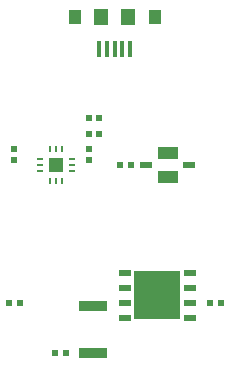
<source format=gbr>
G04 #@! TF.GenerationSoftware,KiCad,Pcbnew,5.0.1-33cea8e~68~ubuntu16.04.1*
G04 #@! TF.CreationDate,2018-11-05T22:33:44+00:00*
G04 #@! TF.ProjectId,stencil,7374656E63696C2E6B696361645F7063,rev?*
G04 #@! TF.SameCoordinates,Original*
G04 #@! TF.FileFunction,Paste,Top*
G04 #@! TF.FilePolarity,Positive*
%FSLAX46Y46*%
G04 Gerber Fmt 4.6, Leading zero omitted, Abs format (unit mm)*
G04 Created by KiCad (PCBNEW 5.0.1-33cea8e~68~ubuntu16.04.1) date Mon 05 Nov 2018 10:33:44 PM GMT*
%MOMM*%
%LPD*%
G01*
G04 APERTURE LIST*
%ADD10R,0.620000X0.620000*%
%ADD11R,1.750000X0.990000*%
%ADD12R,0.990000X0.610000*%
%ADD13R,0.510000X0.250000*%
%ADD14R,0.250000X0.510000*%
%ADD15R,1.252000X1.252000*%
%ADD16R,0.400000X1.350000*%
%ADD17R,1.300000X1.400000*%
%ADD18R,0.975000X1.300000*%
%ADD19R,1.020000X0.510000*%
%ADD20R,3.942000X4.112000*%
%ADD21R,2.413000X0.838000*%
G04 APERTURE END LIST*
D10*
G04 #@! TO.C,C1*
X63690000Y-71440000D03*
X62790000Y-71440000D03*
G04 #@! TD*
G04 #@! TO.C,C2*
X62790000Y-70030000D03*
X63690000Y-70030000D03*
G04 #@! TD*
G04 #@! TO.C,C3*
X65450000Y-74000000D03*
X66350000Y-74000000D03*
G04 #@! TD*
D11*
G04 #@! TO.C,F1*
X69500000Y-72990000D03*
D12*
X71310000Y-74000000D03*
D11*
X69500000Y-75010000D03*
D12*
X67690000Y-74000000D03*
G04 #@! TD*
D13*
G04 #@! TO.C,IC1*
X58645000Y-73490000D03*
X58645000Y-74000000D03*
X58645000Y-74510000D03*
D14*
X59490000Y-75355000D03*
X60000000Y-75355000D03*
X60510000Y-75355000D03*
D13*
X61355000Y-74510000D03*
X61355000Y-74000000D03*
X61355000Y-73490000D03*
D14*
X60510000Y-72645000D03*
X60000000Y-72645000D03*
X59490000Y-72645000D03*
D15*
X60000000Y-74000000D03*
G04 #@! TD*
D16*
G04 #@! TO.C,J1*
X65000000Y-64175000D03*
X64350000Y-64175000D03*
X65650000Y-64175000D03*
X66300000Y-64175000D03*
X63700000Y-64175000D03*
D17*
X63850000Y-61500000D03*
X66150000Y-61500000D03*
D18*
X61612500Y-61500000D03*
X68387500Y-61500000D03*
G04 #@! TD*
D10*
G04 #@! TO.C,L1*
X56490000Y-73600000D03*
X56490000Y-72700000D03*
G04 #@! TD*
G04 #@! TO.C,L2*
X62790000Y-73600000D03*
X62790000Y-72700000D03*
G04 #@! TD*
G04 #@! TO.C,C1*
X73967010Y-85698192D03*
X73067010Y-85698192D03*
G04 #@! TD*
G04 #@! TO.C,C2*
X60867010Y-89968192D03*
X59967010Y-89968192D03*
G04 #@! TD*
G04 #@! TO.C,C3*
X56067010Y-85698192D03*
X56967010Y-85698192D03*
G04 #@! TD*
D19*
G04 #@! TO.C,IC1*
X71352010Y-86963192D03*
X71352010Y-85693192D03*
X71352010Y-84423192D03*
X71352010Y-83153192D03*
X65842010Y-83153192D03*
X65842010Y-84423192D03*
X65842010Y-85693192D03*
X65842010Y-86963192D03*
D20*
X68597010Y-85058192D03*
G04 #@! TD*
D21*
G04 #@! TO.C,L1*
X63197010Y-89972192D03*
X63197010Y-85984192D03*
G04 #@! TD*
M02*

</source>
